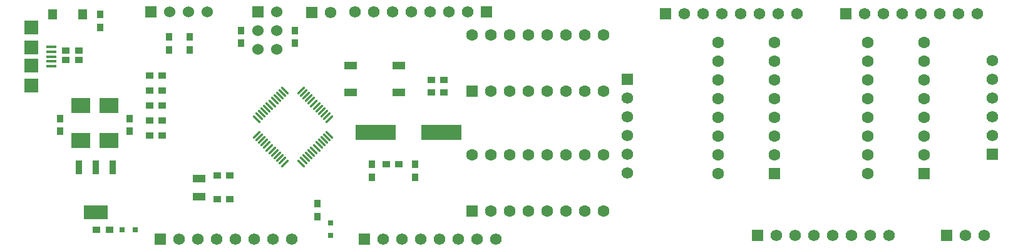
<source format=gbr>
%TF.GenerationSoftware,KiCad,Pcbnew,(6.0.4)*%
%TF.CreationDate,2022-05-03T20:53:10-03:00*%
%TF.ProjectId,PXN_2119,50584e5f-3231-4313-992e-6b696361645f,rev?*%
%TF.SameCoordinates,Original*%
%TF.FileFunction,Paste,Top*%
%TF.FilePolarity,Positive*%
%FSLAX46Y46*%
G04 Gerber Fmt 4.6, Leading zero omitted, Abs format (unit mm)*
G04 Created by KiCad (PCBNEW (6.0.4)) date 2022-05-03 20:53:10*
%MOMM*%
%LPD*%
G01*
G04 APERTURE LIST*
G04 Aperture macros list*
%AMHorizOval*
0 Thick line with rounded ends*
0 $1 width*
0 $2 $3 position (X,Y) of the first rounded end (center of the circle)*
0 $4 $5 position (X,Y) of the second rounded end (center of the circle)*
0 Add line between two ends*
20,1,$1,$2,$3,$4,$5,0*
0 Add two circle primitives to create the rounded ends*
1,1,$1,$2,$3*
1,1,$1,$4,$5*%
G04 Aperture macros list end*
%ADD10R,1.050000X0.950000*%
%ADD11R,1.575000X1.575000*%
%ADD12C,1.575000*%
%ADD13R,1.600000X1.600000*%
%ADD14C,1.600000*%
%ADD15R,1.524000X1.524000*%
%ADD16C,1.524000*%
%ADD17R,0.950000X1.050000*%
%ADD18R,2.500000X2.000000*%
%ADD19R,1.900000X1.900000*%
%ADD20R,1.350000X0.400000*%
%ADD21R,5.500000X2.000000*%
%ADD22R,1.800000X1.000000*%
%ADD23R,1.270000X1.471000*%
%ADD24R,0.800000X0.800000*%
%ADD25HorizOval,0.270000X-0.434871X0.434871X0.434871X-0.434871X0*%
%ADD26HorizOval,0.270000X0.434871X0.434871X-0.434871X-0.434871X0*%
%ADD27R,0.950000X1.900000*%
%ADD28R,3.250000X1.900000*%
%ADD29R,1.700000X1.000000*%
G04 APERTURE END LIST*
D10*
%TO.C,C9*%
X104624000Y-105322000D03*
X106374000Y-105322000D03*
%TD*%
D11*
%TO.C,H4*%
X141059000Y-83097000D03*
D12*
X138519000Y-83097000D03*
X135979000Y-83097000D03*
X133439000Y-83097000D03*
X130899000Y-83097000D03*
X128359000Y-83097000D03*
X125819000Y-83097000D03*
X123279000Y-83097000D03*
%TD*%
D13*
%TO.C,U4*%
X139154000Y-110148000D03*
D14*
X141694000Y-110148000D03*
X144234000Y-110148000D03*
X146774000Y-110148000D03*
X149314000Y-110148000D03*
X151854000Y-110148000D03*
X154394000Y-110148000D03*
X156934000Y-110148000D03*
X156934000Y-102528000D03*
X154394000Y-102528000D03*
X151854000Y-102528000D03*
X149314000Y-102528000D03*
X146774000Y-102528000D03*
X144234000Y-102528000D03*
X141694000Y-102528000D03*
X139154000Y-102528000D03*
%TD*%
D15*
%TO.C,P1*%
X110198000Y-83097000D03*
D16*
X112738000Y-83097000D03*
X110198000Y-85637000D03*
X112738000Y-85637000D03*
X110198000Y-88177000D03*
X112738000Y-88177000D03*
%TD*%
D17*
%TO.C,R5*%
X118199000Y-110896000D03*
X118199000Y-109146000D03*
%TD*%
D10*
%TO.C,C2*%
X135330000Y-94019000D03*
X133580000Y-94019000D03*
%TD*%
%TO.C,C3*%
X97230000Y-93765000D03*
X95480000Y-93765000D03*
%TD*%
D18*
%TO.C,C5*%
X86195000Y-100560000D03*
X86195000Y-95860000D03*
%TD*%
D11*
%TO.C,H6*%
X203289000Y-113475000D03*
D12*
X205829000Y-113475000D03*
X208369000Y-113475000D03*
%TD*%
D10*
%TO.C,C10*%
X97230000Y-97829000D03*
X95480000Y-97829000D03*
%TD*%
D11*
%TO.C,H8*%
X209512000Y-102401000D03*
D12*
X209512000Y-99861000D03*
X209512000Y-97321000D03*
X209512000Y-94781000D03*
X209512000Y-92241000D03*
X209512000Y-89701000D03*
%TD*%
D13*
%TO.C,U5*%
X200241000Y-105068000D03*
D14*
X200241000Y-102528000D03*
X200241000Y-99988000D03*
X200241000Y-97448000D03*
X200241000Y-94908000D03*
X200241000Y-92368000D03*
X200241000Y-89828000D03*
X200241000Y-87288000D03*
X192621000Y-87288000D03*
X192621000Y-89828000D03*
X192621000Y-92368000D03*
X192621000Y-94908000D03*
X192621000Y-97448000D03*
X192621000Y-99988000D03*
X192621000Y-102528000D03*
X192621000Y-105068000D03*
%TD*%
D19*
%TO.C,U3*%
X79517000Y-93143000D03*
X79517000Y-87993000D03*
X79517000Y-85243000D03*
X79517000Y-90393000D03*
D20*
X82192000Y-87893000D03*
X82192000Y-88543000D03*
X82192000Y-89193000D03*
X82192000Y-89843000D03*
X82192000Y-90493000D03*
%TD*%
D10*
%TO.C,R11*%
X84187000Y-89627000D03*
X85937000Y-89627000D03*
%TD*%
D21*
%TO.C,X2*%
X134968000Y-99480000D03*
X126068000Y-99480000D03*
%TD*%
D10*
%TO.C,C1*%
X97230000Y-99861000D03*
X95480000Y-99861000D03*
%TD*%
D11*
%TO.C,H1*%
X165316000Y-83351000D03*
D12*
X167856000Y-83351000D03*
X170396000Y-83351000D03*
X172936000Y-83351000D03*
X175476000Y-83351000D03*
X178016000Y-83351000D03*
X180556000Y-83351000D03*
X183096000Y-83351000D03*
%TD*%
D17*
%TO.C,C8*%
X92799000Y-97589000D03*
X92799000Y-99339000D03*
%TD*%
D10*
%TO.C,R9*%
X84187000Y-88357000D03*
X85937000Y-88357000D03*
%TD*%
D17*
%TO.C,R7*%
X100927000Y-88290000D03*
X100927000Y-86540000D03*
%TD*%
D11*
%TO.C,H2*%
X189700000Y-83351000D03*
D12*
X192240000Y-83351000D03*
X194780000Y-83351000D03*
X197320000Y-83351000D03*
X199860000Y-83351000D03*
X202400000Y-83351000D03*
X204940000Y-83351000D03*
X207480000Y-83351000D03*
%TD*%
D17*
%TO.C,R8*%
X98133000Y-88290000D03*
X98133000Y-86540000D03*
%TD*%
D11*
%TO.C,H9*%
X96990000Y-113958000D03*
D12*
X99530000Y-113958000D03*
X102070000Y-113958000D03*
X104610000Y-113958000D03*
X107150000Y-113958000D03*
X109690000Y-113958000D03*
X112230000Y-113958000D03*
X114770000Y-113958000D03*
%TD*%
D10*
%TO.C,C11*%
X97230000Y-95797000D03*
X95480000Y-95797000D03*
%TD*%
D15*
%TO.C,P2*%
X95720000Y-83097000D03*
D16*
X98260000Y-83097000D03*
X100800000Y-83097000D03*
X103340000Y-83097000D03*
%TD*%
D22*
%TO.C,X3*%
X102197000Y-108223000D03*
X102197000Y-105723000D03*
%TD*%
D23*
%TO.C,D1*%
X82360000Y-83478000D03*
X86474000Y-83478000D03*
%TD*%
D17*
%TO.C,C14*%
X125565000Y-105562000D03*
X125565000Y-103812000D03*
%TD*%
D10*
%TO.C,R1*%
X90080000Y-112703000D03*
X88330000Y-112703000D03*
%TD*%
D13*
%TO.C,U6*%
X180048000Y-105068000D03*
D14*
X180048000Y-102528000D03*
X180048000Y-99988000D03*
X180048000Y-97448000D03*
X180048000Y-94908000D03*
X180048000Y-92368000D03*
X180048000Y-89828000D03*
X180048000Y-87288000D03*
X172428000Y-87288000D03*
X172428000Y-89828000D03*
X172428000Y-92368000D03*
X172428000Y-94908000D03*
X172428000Y-97448000D03*
X172428000Y-99988000D03*
X172428000Y-102528000D03*
X172428000Y-105068000D03*
%TD*%
D17*
%TO.C,R3*%
X107912000Y-87401000D03*
X107912000Y-85651000D03*
%TD*%
D11*
%TO.C,H10*%
X124549000Y-113958000D03*
D12*
X127089000Y-113958000D03*
X129629000Y-113958000D03*
X132169000Y-113958000D03*
X134709000Y-113958000D03*
X137249000Y-113958000D03*
X139789000Y-113958000D03*
X142329000Y-113958000D03*
%TD*%
D24*
%TO.C,LED3*%
X93523000Y-112688000D03*
X91821000Y-112688000D03*
%TD*%
D17*
%TO.C,C13*%
X131407000Y-105562000D03*
X131407000Y-103812000D03*
%TD*%
%TO.C,C7*%
X83401000Y-97589000D03*
X83401000Y-99339000D03*
%TD*%
D13*
%TO.C,U2*%
X139154000Y-93892000D03*
D14*
X141694000Y-93892000D03*
X144234000Y-93892000D03*
X146774000Y-93892000D03*
X149314000Y-93892000D03*
X151854000Y-93892000D03*
X154394000Y-93892000D03*
X156934000Y-93892000D03*
X156934000Y-86272000D03*
X154394000Y-86272000D03*
X151854000Y-86272000D03*
X149314000Y-86272000D03*
X146774000Y-86272000D03*
X144234000Y-86272000D03*
X141694000Y-86272000D03*
X139154000Y-86272000D03*
%TD*%
D17*
%TO.C,R10*%
X88862000Y-85242000D03*
X88862000Y-83492000D03*
%TD*%
D24*
%TO.C,LED4*%
X119977000Y-111710000D03*
X119977000Y-113412000D03*
%TD*%
D11*
%TO.C,H7*%
X160109000Y-92241000D03*
D12*
X160109000Y-94781000D03*
X160109000Y-97321000D03*
X160109000Y-99861000D03*
X160109000Y-102401000D03*
X160109000Y-104941000D03*
%TD*%
D25*
%TO.C,U7*%
X115957660Y-103667747D03*
X116311214Y-103314194D03*
X116664767Y-102960641D03*
X117018320Y-102607087D03*
X117371874Y-102253534D03*
X117725427Y-101899981D03*
X118078981Y-101546427D03*
X118432534Y-101192874D03*
X118786087Y-100839320D03*
X119139641Y-100485767D03*
X119493194Y-100132214D03*
X119846747Y-99778660D03*
D26*
X119846747Y-97657340D03*
X119493194Y-97303786D03*
X119139641Y-96950233D03*
X118786087Y-96596680D03*
X118432534Y-96243126D03*
X118078981Y-95889573D03*
X117725427Y-95536019D03*
X117371874Y-95182466D03*
X117018320Y-94828913D03*
X116664767Y-94475359D03*
X116311214Y-94121806D03*
X115957660Y-93768253D03*
D25*
X113836340Y-93768253D03*
X113482786Y-94121806D03*
X113129233Y-94475359D03*
X112775680Y-94828913D03*
X112422126Y-95182466D03*
X112068573Y-95536019D03*
X111715019Y-95889573D03*
X111361466Y-96243126D03*
X111007913Y-96596680D03*
X110654359Y-96950233D03*
X110300806Y-97303786D03*
X109947253Y-97657340D03*
D26*
X109947253Y-99778660D03*
X110300806Y-100132214D03*
X110654359Y-100485767D03*
X111007913Y-100839320D03*
X111361466Y-101192874D03*
X111715019Y-101546427D03*
X112068573Y-101899981D03*
X112422126Y-102253534D03*
X112775680Y-102607087D03*
X113129233Y-102960641D03*
X113482786Y-103314194D03*
X113836340Y-103667747D03*
%TD*%
D27*
%TO.C,U8*%
X90527000Y-104177000D03*
X88227000Y-104177000D03*
X85927000Y-104177000D03*
D28*
X88227000Y-110277000D03*
%TD*%
D18*
%TO.C,C6*%
X90005000Y-100560000D03*
X90005000Y-95860000D03*
%TD*%
D10*
%TO.C,R6*%
X127484000Y-103798000D03*
X129234000Y-103798000D03*
%TD*%
%TO.C,C12*%
X104624000Y-108497000D03*
X106374000Y-108497000D03*
%TD*%
D11*
%TO.C,H3*%
X177762000Y-113450000D03*
D12*
X180302000Y-113450000D03*
X182842000Y-113450000D03*
X185382000Y-113450000D03*
X187922000Y-113450000D03*
X190462000Y-113450000D03*
X193002000Y-113450000D03*
X195542000Y-113450000D03*
%TD*%
D17*
%TO.C,R4*%
X115151000Y-87401000D03*
X115151000Y-85651000D03*
%TD*%
D29*
%TO.C,SW1*%
X122646000Y-90392000D03*
X129246000Y-90391000D03*
X122646000Y-94091000D03*
X129246000Y-94091000D03*
%TD*%
D11*
%TO.C,H5*%
X117437000Y-83224000D03*
D12*
X119977000Y-83224000D03*
%TD*%
D10*
%TO.C,C4*%
X97230000Y-91733000D03*
X95480000Y-91733000D03*
%TD*%
%TO.C,R2*%
X133580000Y-92368000D03*
X135330000Y-92368000D03*
%TD*%
M02*

</source>
